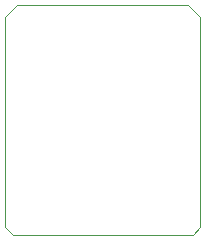
<source format=gbr>
G04 #@! TF.FileFunction,Profile,NP*
%FSLAX46Y46*%
G04 Gerber Fmt 4.6, Leading zero omitted, Abs format (unit mm)*
G04 Created by KiCad (PCBNEW 4.0.7) date 05/28/18 09:58:20*
%MOMM*%
%LPD*%
G01*
G04 APERTURE LIST*
%ADD10C,0.100000*%
%ADD11C,0.050000*%
G04 APERTURE END LIST*
D10*
D11*
X156718000Y-113538000D02*
X156718000Y-95758000D01*
X140208000Y-95758000D02*
X140208000Y-96139000D01*
X155702000Y-94742000D02*
X155575000Y-94742000D01*
X156718000Y-95758000D02*
X155702000Y-94742000D01*
X141224000Y-94742000D02*
X155575000Y-94742000D01*
X140208000Y-95758000D02*
X141224000Y-94742000D01*
X140208000Y-96139000D02*
X140208000Y-113538000D01*
X140843000Y-114173000D02*
X156083000Y-114173000D01*
X140208000Y-113538000D02*
X140843000Y-114173000D01*
X156718000Y-113538000D02*
X156083000Y-114173000D01*
M02*

</source>
